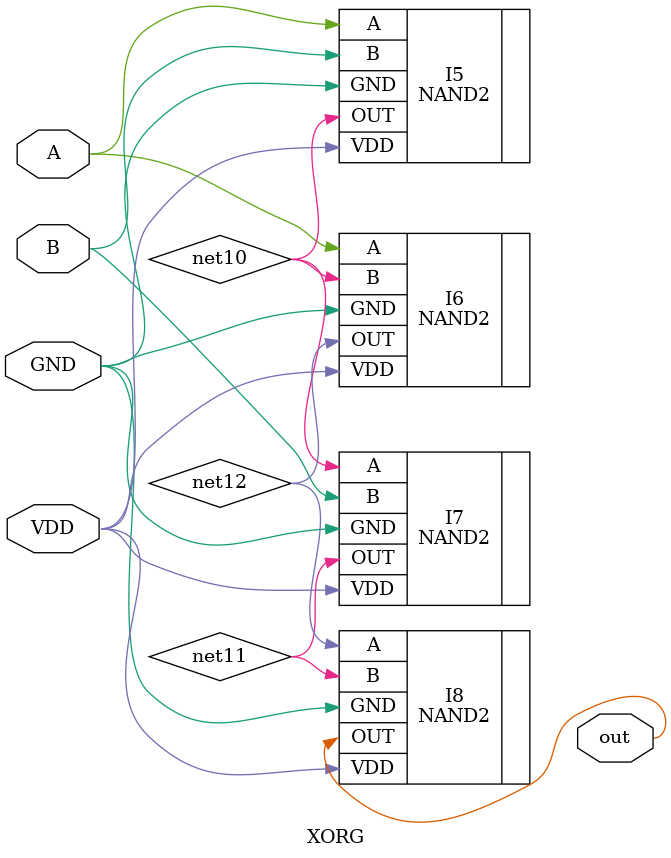
<source format=v>

module XORG (
A,B,out,VDD,GND );
input  A;
input  B;
output  out;
input  VDD;
input  GND;
wire VDD;
wire net12;
wire net11;
wire A;
wire B;
wire GND;
wire out;
wire net10;

NAND2    
 I7  ( .VDD( VDD ), .A( net10 ), .B( B ), .OUT( net11 ), .GND( GND ) );

NAND2    
 I5  ( .VDD( VDD ), .A( A ), .B( B ), .OUT( net10 ), .GND( GND ) );

NAND2    
 I8  ( .VDD( VDD ), .A( net12 ), .B( net11 ), .OUT( out ), .GND( GND ) );

NAND2    
 I6  ( .VDD( VDD ), .A( A ), .B( net10 ), .OUT( net12 ), .GND( GND ) );

endmodule


</source>
